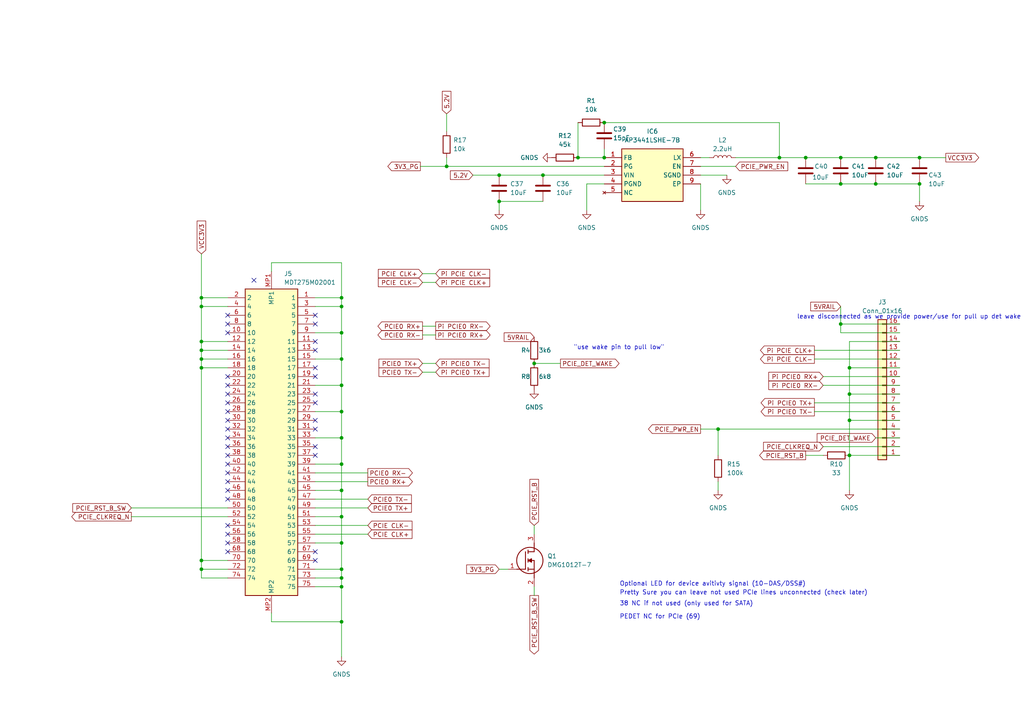
<source format=kicad_sch>
(kicad_sch (version 20230121) (generator eeschema)
  (paper "A4")
  (lib_symbols
    (symbol "Connector:MDT275M02001"
      (property "Reference" "J" (at 95.25 12.7 0))
      (property "Value" "MDT275M02001" (at 95.25 10.16 0))
      (symbol "MDT275M02001_1_1"
        (rectangle (start 5.08 7.62) (end 93.98 -7.62) (stroke (width 0.254)) (fill (type background)))
        (pin passive line (at 7.62 12.7 270) (length 5.08) (name "1") (number "1"))
        (pin passive line (at 17.78 -12.7 90) (length 5.08) (name "10") (number "10"))
        (pin passive line (at 20.32 12.7 270) (length 5.08) (name "11") (number "11"))
        (pin passive line (at 20.32 -12.7 90) (length 5.08) (name "12") (number "12"))
        (pin passive line (at 22.86 12.7 270) (length 5.08) (name "13") (number "13"))
        (pin passive line (at 22.86 -12.7 90) (length 5.08) (name "14") (number "14"))
        (pin passive line (at 25.4 12.7 270) (length 5.08) (name "15") (number "15"))
        (pin passive line (at 25.4 -12.7 90) (length 5.08) (name "16") (number "16"))
        (pin passive line (at 27.94 12.7 270) (length 5.08) (name "17") (number "17"))
        (pin passive line (at 27.94 -12.7 90) (length 5.08) (name "18") (number "18"))
        (pin passive line (at 30.48 12.7 270) (length 5.08) (name "19") (number "19"))
        (pin passive line (at 7.62 -12.7 90) (length 5.08) (name "2") (number "2"))
        (pin passive line (at 30.48 -12.7 90) (length 5.08) (name "20") (number "20"))
        (pin passive line (at 33.02 12.7 270) (length 5.08) (name "21") (number "21"))
        (pin passive line (at 33.02 -12.7 90) (length 5.08) (name "22") (number "22"))
        (pin passive line (at 35.56 12.7 270) (length 5.08) (name "23") (number "23"))
        (pin passive line (at 35.56 -12.7 90) (length 5.08) (name "24") (number "24"))
        (pin passive line (at 38.1 12.7 270) (length 5.08) (name "25") (number "25"))
        (pin passive line (at 38.1 -12.7 90) (length 5.08) (name "26") (number "26"))
        (pin passive line (at 40.64 12.7 270) (length 5.08) (name "27") (number "27"))
        (pin passive line (at 40.64 -12.7 90) (length 5.08) (name "28") (number "28"))
        (pin passive line (at 43.18 12.7 270) (length 5.08) (name "29") (number "29"))
        (pin passive line (at 10.16 12.7 270) (length 5.08) (name "3") (number "3"))
        (pin passive line (at 43.18 -12.7 90) (length 5.08) (name "30") (number "30"))
        (pin passive line (at 45.72 12.7 270) (length 5.08) (name "31") (number "31"))
        (pin passive line (at 45.72 -12.7 90) (length 5.08) (name "32") (number "32"))
        (pin passive line (at 48.26 12.7 270) (length 5.08) (name "33") (number "33"))
        (pin passive line (at 48.26 -12.7 90) (length 5.08) (name "34") (number "34"))
        (pin passive line (at 50.8 12.7 270) (length 5.08) (name "35") (number "35"))
        (pin passive line (at 50.8 -12.7 90) (length 5.08) (name "36") (number "36"))
        (pin passive line (at 53.34 12.7 270) (length 5.08) (name "37") (number "37"))
        (pin passive line (at 53.34 -12.7 90) (length 5.08) (name "38") (number "38"))
        (pin passive line (at 55.88 12.7 270) (length 5.08) (name "39") (number "39"))
        (pin passive line (at 10.16 -12.7 90) (length 5.08) (name "4") (number "4"))
        (pin passive line (at 55.88 -12.7 90) (length 5.08) (name "40") (number "40"))
        (pin passive line (at 58.42 12.7 270) (length 5.08) (name "41") (number "41"))
        (pin passive line (at 58.42 -12.7 90) (length 5.08) (name "42") (number "42"))
        (pin passive line (at 60.96 12.7 270) (length 5.08) (name "43") (number "43"))
        (pin passive line (at 60.96 -12.7 90) (length 5.08) (name "44") (number "44"))
        (pin passive line (at 63.5 12.7 270) (length 5.08) (name "45") (number "45"))
        (pin passive line (at 63.5 -12.7 90) (length 5.08) (name "46") (number "46"))
        (pin passive line (at 66.04 12.7 270) (length 5.08) (name "47") (number "47"))
        (pin passive line (at 66.04 -12.7 90) (length 5.08) (name "48") (number "48"))
        (pin passive line (at 68.58 12.7 270) (length 5.08) (name "49") (number "49"))
        (pin passive line (at 12.7 12.7 270) (length 5.08) (name "5") (number "5"))
        (pin passive line (at 68.58 -12.7 90) (length 5.08) (name "50") (number "50"))
        (pin passive line (at 71.12 12.7 270) (length 5.08) (name "51") (number "51"))
        (pin passive line (at 71.12 -12.7 90) (length 5.08) (name "52") (number "52"))
        (pin passive line (at 73.66 12.7 270) (length 5.08) (name "53") (number "53"))
        (pin passive line (at 73.66 -12.7 90) (length 5.08) (name "54") (number "54"))
        (pin passive line (at 76.2 12.7 270) (length 5.08) (name "55") (number "55"))
        (pin passive line (at 76.2 -12.7 90) (length 5.08) (name "56") (number "56"))
        (pin passive line (at 78.74 12.7 270) (length 5.08) (name "57") (number "57"))
        (pin passive line (at 78.74 -12.7 90) (length 5.08) (name "58") (number "58"))
        (pin passive line (at 12.7 -12.7 90) (length 5.08) (name "6") (number "6"))
        (pin passive line (at 81.28 12.7 270) (length 5.08) (name "67") (number "67"))
        (pin passive line (at 81.28 -12.7 90) (length 5.08) (name "68") (number "68"))
        (pin passive line (at 83.82 12.7 270) (length 5.08) (name "69") (number "69"))
        (pin passive line (at 15.24 12.7 270) (length 5.08) (name "7") (number "7"))
        (pin passive line (at 83.82 -12.7 90) (length 5.08) (name "70") (number "70"))
        (pin passive line (at 86.36 12.7 270) (length 5.08) (name "71") (number "71"))
        (pin passive line (at 86.36 -12.7 90) (length 5.08) (name "72") (number "72"))
        (pin passive line (at 88.9 12.7 270) (length 5.08) (name "73") (number "73"))
        (pin passive line (at 88.9 -12.7 90) (length 5.08) (name "74") (number "74"))
        (pin passive line (at 91.44 12.7 270) (length 5.08) (name "75") (number "75"))
        (pin passive line (at 15.24 -12.7 90) (length 5.08) (name "8") (number "8"))
        (pin passive line (at 17.78 12.7 270) (length 5.08) (name "9") (number "9"))
        (pin passive line (at 0 0 0) (length 5.08) (name "MP1") (number "MP1"))
        (pin passive line (at 99.06 0 180) (length 5.08) (name "MP2") (number "MP2"))
      )
    )
    (symbol "Connector_Generic:Conn_01x16" (pin_names (offset 1.016) hide)
      (property "Reference" "J" (at 0 20.32 0))
      (property "Value" "Conn_01x16" (at 0 -22.86 0))
      (symbol "Conn_01x16_1_1"
        (rectangle (start -1.27 -20.193) (end 0 -20.447) (stroke (width 0.1524)))
        (rectangle (start -1.27 -17.653) (end 0 -17.907) (stroke (width 0.1524)))
        (rectangle (start -1.27 -15.113) (end 0 -15.367) (stroke (width 0.1524)))
        (rectangle (start -1.27 -12.573) (end 0 -12.827) (stroke (width 0.1524)))
        (rectangle (start -1.27 -10.033) (end 0 -10.287) (stroke (width 0.1524)))
        (rectangle (start -1.27 -7.493) (end 0 -7.747) (stroke (width 0.1524)))
        (rectangle (start -1.27 -4.953) (end 0 -5.207) (stroke (width 0.1524)))
        (rectangle (start -1.27 -2.413) (end 0 -2.667) (stroke (width 0.1524)))
        (rectangle (start -1.27 0.127) (end 0 -0.127) (stroke (width 0.1524)))
        (rectangle (start -1.27 2.667) (end 0 2.413) (stroke (width 0.1524)))
        (rectangle (start -1.27 5.207) (end 0 4.953) (stroke (width 0.1524)))
        (rectangle (start -1.27 7.747) (end 0 7.493) (stroke (width 0.1524)))
        (rectangle (start -1.27 10.287) (end 0 10.033) (stroke (width 0.1524)))
        (rectangle (start -1.27 12.827) (end 0 12.573) (stroke (width 0.1524)))
        (rectangle (start -1.27 15.367) (end 0 15.113) (stroke (width 0.1524)))
        (rectangle (start -1.27 17.907) (end 0 17.653) (stroke (width 0.1524)))
        (rectangle (start -1.27 19.05) (end 1.27 -21.59) (stroke (width 0.254)) (fill (type background)))
        (pin passive line (at -5.08 17.78 0) (length 3.81) (name "Pin_1") (number "1"))
        (pin passive line (at -5.08 -5.08 0) (length 3.81) (name "Pin_10") (number "10"))
        (pin passive line (at -5.08 -7.62 0) (length 3.81) (name "Pin_11") (number "11"))
        (pin passive line (at -5.08 -10.16 0) (length 3.81) (name "Pin_12") (number "12"))
        (pin passive line (at -5.08 -12.7 0) (length 3.81) (name "Pin_13") (number "13"))
        (pin passive line (at -5.08 -15.24 0) (length 3.81) (name "Pin_14") (number "14"))
        (pin passive line (at -5.08 -17.78 0) (length 3.81) (name "Pin_15") (number "15"))
        (pin passive line (at -5.08 -20.32 0) (length 3.81) (name "Pin_16") (number "16"))
        (pin passive line (at -5.08 15.24 0) (length 3.81) (name "Pin_2") (number "2"))
        (pin passive line (at -5.08 12.7 0) (length 3.81) (name "Pin_3") (number "3"))
        (pin passive line (at -5.08 10.16 0) (length 3.81) (name "Pin_4") (number "4"))
        (pin passive line (at -5.08 7.62 0) (length 3.81) (name "Pin_5") (number "5"))
        (pin passive line (at -5.08 5.08 0) (length 3.81) (name "Pin_6") (number "6"))
        (pin passive line (at -5.08 2.54 0) (length 3.81) (name "Pin_7") (number "7"))
        (pin passive line (at -5.08 0 0) (length 3.81) (name "Pin_8") (number "8"))
        (pin passive line (at -5.08 -2.54 0) (length 3.81) (name "Pin_9") (number "9"))
      )
    )
    (symbol "Converter_DCDC:AP3441LSHE-7B"
      (property "Reference" "IC" (at 24.13 7.62 0))
      (property "Value" "AP3441LSHE-7B" (at 24.13 5.08 0))
      (symbol "AP3441LSHE-7B_1_1"
        (rectangle (start 5.08 2.54) (end 22.86 -12.7) (stroke (width 0.254)) (fill (type background)))
        (pin passive line (at 0 0 0) (length 5.08) (name "FB") (number "1"))
        (pin passive line (at 0 -2.54 0) (length 5.08) (name "PG") (number "2"))
        (pin passive line (at 0 -5.08 0) (length 5.08) (name "VIN") (number "3"))
        (pin passive line (at 0 -7.62 0) (length 5.08) (name "PGND") (number "4"))
        (pin no_connect line (at 0 -10.16 0) (length 5.08) (name "NC") (number "5"))
        (pin passive line (at 27.94 0 180) (length 5.08) (name "LX") (number "6"))
        (pin passive line (at 27.94 -2.54 180) (length 5.08) (name "EN") (number "7"))
        (pin passive line (at 27.94 -5.08 180) (length 5.08) (name "SGND") (number "8"))
        (pin passive line (at 27.94 -7.62 180) (length 5.08) (name "EP") (number "9"))
      )
    )
    (symbol "Device:C" (pin_numbers hide) (pin_names (offset 0.254))
      (property "Reference" "C" (at 0.635 2.54 0))
      (property "Value" "C" (at 0.635 -2.54 0))
      (symbol "C_0_1"
        (polyline (pts (xy -2.032 -0.762) (xy 2.032 -0.762)) (stroke (width 0.508)))
        (polyline (pts (xy -2.032 0.762) (xy 2.032 0.762)) (stroke (width 0.508)))
      )
      (symbol "C_1_1"
        (pin passive line (at 0 3.81 270) (length 2.794) (name "~") (number "1"))
        (pin passive line (at 0 -3.81 90) (length 2.794) (name "~") (number "2"))
      )
    )
    (symbol "Device:L" (pin_numbers hide) (pin_names (offset 1.016) hide)
      (property "Reference" "L" (at -1.27 0 90))
      (property "Value" "L" (at 1.905 0 90))
      (symbol "L_0_1"
        (arc (start 0 -2.54) (mid 0.6323 -1.905) (end 0 -1.27))
        (arc (start 0 -1.27) (mid 0.6323 -0.635) (end 0 0))
        (arc (start 0 0) (mid 0.6323 0.635) (end 0 1.27))
        (arc (start 0 1.27) (mid 0.6323 1.905) (end 0 2.54))
      )
      (symbol "L_1_1"
        (pin passive line (at 0 3.81 270) (length 1.27) (name "1") (number "1"))
        (pin passive line (at 0 -3.81 90) (length 1.27) (name "2") (number "2"))
      )
    )
    (symbol "Device:R" (pin_numbers hide) (pin_names (offset 0))
      (property "Reference" "R" (at 2.032 0 90))
      (property "Value" "R" (at 0 0 90))
      (symbol "R_0_1"
        (rectangle (start -1.016 -2.54) (end 1.016 2.54) (stroke (width 0.254)))
      )
      (symbol "R_1_1"
        (pin passive line (at 0 3.81 270) (length 1.27) (name "~") (number "1"))
        (pin passive line (at 0 -3.81 90) (length 1.27) (name "~") (number "2"))
      )
    )
    (symbol "Diode:DMG1012T-7" (pin_names hide)
      (property "Reference" "Q" (at 11.43 3.81 0))
      (property "Value" "DMG1012T-7" (at 11.43 1.27 0))
      (symbol "DMG1012T-7_1_1"
        (polyline (pts (xy 2.54 0) (xy 5.08 0)) (stroke (width 0.254)))
        (polyline (pts (xy 5.08 5.08) (xy 5.08 0)) (stroke (width 0.254)))
        (polyline (pts (xy 5.842 -0.508) (xy 5.842 0.508)) (stroke (width 0.254)))
        (polyline (pts (xy 5.842 0) (xy 7.62 0)) (stroke (width 0.254)))
        (polyline (pts (xy 5.842 2.032) (xy 5.842 3.048)) (stroke (width 0.254)))
        (polyline (pts (xy 5.842 5.588) (xy 5.842 4.572)) (stroke (width 0.254)))
        (polyline (pts (xy 7.62 2.54) (xy 5.842 2.54)) (stroke (width 0.254)))
        (polyline (pts (xy 7.62 2.54) (xy 7.62 -2.54)) (stroke (width 0.254)))
        (polyline (pts (xy 7.62 5.08) (xy 5.842 5.08)) (stroke (width 0.254)))
        (polyline (pts (xy 7.62 5.08) (xy 7.62 7.62)) (stroke (width 0.254)))
        (polyline (pts (xy 5.842 2.54) (xy 6.858 3.048) (xy 6.858 2.032) (xy 5.842 2.54)) (stroke (width 0.254)) (fill (type outline)))
        (circle (center 6.35 2.54) (radius 3.81) (stroke (width 0.254)))
        (pin passive line (at 0 0 0) (length 2.54) (name "G") (number "1"))
        (pin passive line (at 7.62 -5.08 90) (length 2.54) (name "S") (number "2"))
        (pin passive line (at 7.62 10.16 270) (length 2.54) (name "D") (number "3"))
      )
    )
    (symbol "R_1" (pin_numbers hide) (pin_names (offset 0))
      (property "Reference" "R" (at 2.032 0 90))
      (property "Value" "R" (at 0 0 90))
      (symbol "R_1_0_1"
        (rectangle (start -1.016 -2.54) (end 1.016 2.54) (stroke (width 0.254)))
      )
      (symbol "R_1_1_1"
        (pin passive line (at 0 3.81 270) (length 1.27) (name "~") (number "1"))
        (pin passive line (at 0 -3.81 90) (length 1.27) (name "~") (number "2"))
      )
    )
    (symbol "power:GNDS" (power) (pin_names (offset 0))
      (property "Value" "GNDS" (at 0 -3.81 0))
      (symbol "GNDS_0_1"
        (polyline (pts (xy 0 0) (xy 0 -1.27) (xy 1.27 -1.27) (xy 0 -2.54) (xy -1.27 -1.27) (xy 0 -1.27)))
      )
      (symbol "GNDS_1_1"
        (pin power_in line (at 0 0 270) (length 0) hide (name "GNDS") (number "1"))
      )
    )
  )
  (junction (at 99.06 86.36))
  (junction (at 99.06 127))
  (junction (at 246.38 106.68))
  (junction (at 226.06 45.72))
  (junction (at 254 45.72))
  (junction (at 99.06 180.34))
  (junction (at 99.06 119.38))
  (junction (at 243.84 53.34))
  (junction (at 58.42 101.6))
  (junction (at 58.42 162.56))
  (junction (at 243.84 93.98))
  (junction (at 58.42 106.68))
  (junction (at 246.38 121.92))
  (junction (at 99.06 170.18))
  (junction (at 175.26 45.72))
  (junction (at 175.26 35.56))
  (junction (at 144.78 58.42))
  (junction (at 99.06 134.62))
  (junction (at 154.94 105.41))
  (junction (at 99.06 167.64))
  (junction (at 243.84 45.72))
  (junction (at 99.06 111.76))
  (junction (at 58.42 104.14))
  (junction (at 167.64 45.72))
  (junction (at 58.42 165.1))
  (junction (at 58.42 86.36))
  (junction (at 233.68 45.72))
  (junction (at 58.42 88.9))
  (junction (at 99.06 149.86))
  (junction (at 266.7 53.34))
  (junction (at 157.48 50.8))
  (junction (at 246.38 114.3))
  (junction (at 99.06 142.24))
  (junction (at 208.28 124.46))
  (junction (at 144.78 50.8))
  (junction (at 266.7 45.72))
  (junction (at 246.38 132.08))
  (junction (at 58.42 99.06))
  (junction (at 99.06 96.52))
  (junction (at 99.06 104.14))
  (junction (at 99.06 165.1))
  (junction (at 254 53.34))
  (junction (at 99.06 157.48))
  (junction (at 99.06 88.9))
  (junction (at 129.54 48.26))
  (no_connect (at 91.44 99.06))
  (no_connect (at 66.04 121.92))
  (no_connect (at 66.04 152.4))
  (no_connect (at 66.04 142.24))
  (no_connect (at 66.04 127))
  (no_connect (at 91.44 162.56))
  (no_connect (at 91.44 91.44))
  (no_connect (at 91.44 116.84))
  (no_connect (at 66.04 124.46))
  (no_connect (at 66.04 134.62))
  (no_connect (at 66.04 111.76))
  (no_connect (at 91.44 129.54))
  (no_connect (at 91.44 106.68))
  (no_connect (at 66.04 144.78))
  (no_connect (at 91.44 93.98))
  (no_connect (at 66.04 132.08))
  (no_connect (at 66.04 93.98))
  (no_connect (at 91.44 109.22))
  (no_connect (at 66.04 116.84))
  (no_connect (at 66.04 129.54))
  (no_connect (at 91.44 132.08))
  (no_connect (at 91.44 114.3))
  (no_connect (at 91.44 160.02))
  (no_connect (at 91.44 101.6))
  (no_connect (at 66.04 157.48))
  (no_connect (at 91.44 124.46))
  (no_connect (at 66.04 109.22))
  (no_connect (at 66.04 119.38))
  (no_connect (at 66.04 154.94))
  (no_connect (at 66.04 96.52))
  (no_connect (at 66.04 137.16))
  (no_connect (at 66.04 91.44))
  (no_connect (at 66.04 160.02))
  (no_connect (at 73.66 81.28))
  (no_connect (at 66.04 114.3))
  (no_connect (at 91.44 121.92))
  (no_connect (at 66.04 139.7))
  (wire (pts (xy 246.38 99.06) (xy 260.985 99.06)))
  (wire (pts (xy 99.06 180.34) (xy 99.06 190.5)))
  (wire (pts (xy 78.74 78.74) (xy 78.74 76.2)))
  (wire (pts (xy 126.365 107.95) (xy 122.555 107.95)))
  (wire (pts (xy 226.06 45.72) (xy 233.68 45.72)))
  (wire (pts (xy 91.44 167.64) (xy 99.06 167.64)))
  (wire (pts (xy 170.18 53.34) (xy 175.26 53.34)))
  (wire (pts (xy 58.42 165.1) (xy 58.42 167.64)))
  (wire (pts (xy 58.42 101.6) (xy 66.04 101.6)))
  (wire (pts (xy 238.76 111.76) (xy 260.985 111.76)))
  (wire (pts (xy 99.06 76.2) (xy 99.06 86.36)))
  (wire (pts (xy 91.44 170.18) (xy 99.06 170.18)))
  (wire (pts (xy 99.06 88.9) (xy 91.44 88.9)))
  (wire (pts (xy 58.42 99.06) (xy 58.42 101.6)))
  (wire (pts (xy 213.36 45.72) (xy 226.06 45.72)))
  (wire (pts (xy 246.38 121.92) (xy 246.38 132.08)))
  (wire (pts (xy 99.06 142.24) (xy 91.44 142.24)))
  (wire (pts (xy 144.78 50.8) (xy 157.48 50.8)))
  (wire (pts (xy 154.94 170.18) (xy 154.94 172.72)))
  (wire (pts (xy 99.06 96.52) (xy 91.44 96.52)))
  (wire (pts (xy 246.38 132.08) (xy 260.985 132.08)))
  (wire (pts (xy 78.74 177.8) (xy 78.74 180.34)))
  (wire (pts (xy 66.04 86.36) (xy 58.42 86.36)))
  (wire (pts (xy 154.94 152.4) (xy 154.94 154.94)))
  (wire (pts (xy 233.68 53.34) (xy 243.84 53.34)))
  (wire (pts (xy 58.42 88.9) (xy 58.42 99.06)))
  (wire (pts (xy 126.365 79.375) (xy 122.555 79.375)))
  (wire (pts (xy 99.06 127) (xy 91.44 127)))
  (wire (pts (xy 236.22 101.6) (xy 260.985 101.6)))
  (wire (pts (xy 246.38 121.92) (xy 260.985 121.92)))
  (wire (pts (xy 260.985 96.52) (xy 243.84 96.52)))
  (wire (pts (xy 78.74 76.2) (xy 99.06 76.2)))
  (wire (pts (xy 99.06 170.18) (xy 99.06 180.34)))
  (wire (pts (xy 203.2 53.34) (xy 203.2 60.96)))
  (wire (pts (xy 99.06 119.38) (xy 91.44 119.38)))
  (wire (pts (xy 99.06 88.9) (xy 99.06 96.52)))
  (wire (pts (xy 91.44 165.1) (xy 99.06 165.1)))
  (wire (pts (xy 203.2 50.8) (xy 210.82 50.8)))
  (wire (pts (xy 121.92 48.26) (xy 129.54 48.26)))
  (wire (pts (xy 246.38 132.08) (xy 246.38 142.24)))
  (wire (pts (xy 226.06 35.56) (xy 175.26 35.56)))
  (wire (pts (xy 208.28 124.46) (xy 260.985 124.46)))
  (wire (pts (xy 99.06 119.38) (xy 99.06 127)))
  (wire (pts (xy 144.78 58.42) (xy 144.78 60.96)))
  (wire (pts (xy 99.06 157.48) (xy 99.06 165.1)))
  (wire (pts (xy 260.985 127) (xy 254 127)))
  (wire (pts (xy 144.78 58.42) (xy 157.48 58.42)))
  (wire (pts (xy 126.365 81.915) (xy 122.555 81.915)))
  (wire (pts (xy 99.06 149.86) (xy 99.06 157.48)))
  (wire (pts (xy 91.44 104.14) (xy 99.06 104.14)))
  (wire (pts (xy 99.06 167.64) (xy 99.06 170.18)))
  (wire (pts (xy 99.06 165.1) (xy 99.06 167.64)))
  (wire (pts (xy 99.06 86.36) (xy 99.06 88.9)))
  (wire (pts (xy 175.26 43.18) (xy 175.26 45.72)))
  (wire (pts (xy 203.2 124.46) (xy 208.28 124.46)))
  (wire (pts (xy 243.84 96.52) (xy 243.84 93.98)))
  (wire (pts (xy 58.42 101.6) (xy 58.42 104.14)))
  (wire (pts (xy 99.06 142.24) (xy 99.06 149.86)))
  (wire (pts (xy 203.2 48.26) (xy 213.36 48.26)))
  (wire (pts (xy 99.06 134.62) (xy 99.06 142.24)))
  (wire (pts (xy 58.42 167.64) (xy 66.04 167.64)))
  (wire (pts (xy 170.18 53.34) (xy 170.18 60.96)))
  (wire (pts (xy 167.64 35.56) (xy 167.64 45.72)))
  (wire (pts (xy 274.32 45.72) (xy 266.7 45.72)))
  (wire (pts (xy 266.7 58.42) (xy 266.7 53.34)))
  (wire (pts (xy 243.84 88.9) (xy 243.84 93.98)))
  (wire (pts (xy 78.74 180.34) (xy 99.06 180.34)))
  (wire (pts (xy 126.365 94.615) (xy 122.555 94.615)))
  (wire (pts (xy 66.04 147.32) (xy 38.1 147.32)))
  (wire (pts (xy 175.26 50.8) (xy 157.48 50.8)))
  (wire (pts (xy 58.42 88.9) (xy 66.04 88.9)))
  (wire (pts (xy 58.42 104.14) (xy 58.42 106.68)))
  (wire (pts (xy 226.06 35.56) (xy 226.06 45.72)))
  (wire (pts (xy 246.38 106.68) (xy 246.38 114.3)))
  (wire (pts (xy 243.84 53.34) (xy 254 53.34)))
  (wire (pts (xy 58.42 162.56) (xy 58.42 165.1)))
  (wire (pts (xy 91.44 144.78) (xy 106.68 144.78)))
  (wire (pts (xy 254 53.34) (xy 266.7 53.34)))
  (wire (pts (xy 126.365 105.41) (xy 122.555 105.41)))
  (wire (pts (xy 58.42 106.68) (xy 58.42 162.56)))
  (wire (pts (xy 236.22 116.84) (xy 260.985 116.84)))
  (wire (pts (xy 58.42 73.66) (xy 58.42 86.36)))
  (wire (pts (xy 66.04 165.1) (xy 58.42 165.1)))
  (wire (pts (xy 233.68 45.72) (xy 243.84 45.72)))
  (wire (pts (xy 208.28 139.7) (xy 208.28 142.24)))
  (wire (pts (xy 246.38 106.68) (xy 260.985 106.68)))
  (wire (pts (xy 99.06 127) (xy 99.06 134.62)))
  (wire (pts (xy 246.38 114.3) (xy 260.985 114.3)))
  (wire (pts (xy 246.38 114.3) (xy 246.38 121.92)))
  (wire (pts (xy 38.1 149.86) (xy 66.04 149.86)))
  (wire (pts (xy 129.54 33.02) (xy 129.54 38.1)))
  (wire (pts (xy 238.76 129.54) (xy 260.985 129.54)))
  (wire (pts (xy 99.06 111.76) (xy 91.44 111.76)))
  (wire (pts (xy 233.68 132.08) (xy 238.76 132.08)))
  (wire (pts (xy 91.44 147.32) (xy 106.68 147.32)))
  (wire (pts (xy 91.44 149.86) (xy 99.06 149.86)))
  (wire (pts (xy 91.44 154.94) (xy 106.68 154.94)))
  (wire (pts (xy 91.44 137.16) (xy 106.68 137.16)))
  (wire (pts (xy 129.54 48.26) (xy 175.26 48.26)))
  (wire (pts (xy 58.42 99.06) (xy 66.04 99.06)))
  (wire (pts (xy 66.04 104.14) (xy 58.42 104.14)))
  (wire (pts (xy 260.985 109.22) (xy 238.76 109.22)))
  (wire (pts (xy 144.78 165.1) (xy 147.32 165.1)))
  (wire (pts (xy 208.28 124.46) (xy 208.28 132.08)))
  (wire (pts (xy 99.06 96.52) (xy 99.06 104.14)))
  (wire (pts (xy 246.38 99.06) (xy 246.38 106.68)))
  (wire (pts (xy 137.16 50.8) (xy 144.78 50.8)))
  (wire (pts (xy 167.64 45.72) (xy 175.26 45.72)))
  (wire (pts (xy 91.44 152.4) (xy 106.68 152.4)))
  (wire (pts (xy 126.365 97.155) (xy 122.555 97.155)))
  (wire (pts (xy 236.22 119.38) (xy 260.985 119.38)))
  (wire (pts (xy 154.94 105.41) (xy 162.56 105.41)))
  (wire (pts (xy 254 45.72) (xy 266.7 45.72)))
  (wire (pts (xy 129.54 45.72) (xy 129.54 48.26)))
  (wire (pts (xy 99.06 104.14) (xy 99.06 111.76)))
  (wire (pts (xy 99.06 157.48) (xy 91.44 157.48)))
  (wire (pts (xy 236.22 104.14) (xy 260.985 104.14)))
  (wire (pts (xy 99.06 86.36) (xy 91.44 86.36)))
  (wire (pts (xy 58.42 106.68) (xy 66.04 106.68)))
  (wire (pts (xy 243.84 93.98) (xy 260.985 93.98)))
  (wire (pts (xy 203.2 45.72) (xy 205.74 45.72)))
  (wire (pts (xy 58.42 86.36) (xy 58.42 88.9)))
  (wire (pts (xy 99.06 134.62) (xy 91.44 134.62)))
  (wire (pts (xy 66.04 162.56) (xy 58.42 162.56)))
  (wire (pts (xy 243.84 45.72) (xy 254 45.72)))
  (wire (pts (xy 91.44 139.7) (xy 106.68 139.7)))
  (wire (pts (xy 99.06 111.76) (xy 99.06 119.38)))
  (text "probably at least isolate this ground or at best imagine\ncurrent return paths for the impedance matched signals" (at -161.29 288.29 0) (effects (font (size 1.27 1.27)) (justify left bottom)))
  (text "probably need to drive this low with pull down so we dont\nfloat the sleep pin" (at -167.005 127 0) (effects (font (size 1.27 1.27)) (justify left bottom)))
  (text "i would add a jumper or cut trace for connecting this high/low\nor even a switch because it looks like rpi5 never has sleep implementation\nand the pcie card wont be able to even go to sleep so it doesnt\nneed to wake up but not certain on this" (at -174.625 208.915 0) (effects (font (size 1.27 1.27)) (justify left bottom)))
  (text "https://w.electrodragon.com/w/M.2_Pins" (at -167.005 130.81 0) (effects (font (size 1.27 1.27)) (justify left bottom)))
  (text "your power tag names are all over the place, make sure\nto connect what needs to be connected depending on where things are." (at -158.115 272.415 0) (effects (font (size 1.27 1.27)) (justify left bottom)))
  (text "PEDET NC for PCIe (69)" (at 179.705 179.705 0) (effects (font (size 1.27 1.27)) (justify left bottom)))
  (text "think about some 10uFs in parallel just for more power, \nik time constant makes it suck but you can just locate \nthem further away, closer to the converter side, just\n make sure we have enough charge in order to dump while\nreading/writing" (at -170.18 160.655 0) (effects (font (size 1.27 1.27)) (justify left bottom)))
  (text "leave disconnected as we provide power/use for pull up det wake\n" (at 231.14 92.71 0) (effects (font (size 1.27 1.27)) (justify left bottom)))
  (text "https://pinoutguide.com/HD/M.2_NGFF_connector_pinout.shtml" (at -173.355 189.865 0) (effects (font (size 1.27 1.27)) (justify left bottom)))
  (text "Pretty Sure you can leave not used PCIe lines unconnected (check later)" (at 179.705 172.72 0) (effects (font (size 1.27 1.27)) (justify left bottom)))
  (text "per pcie specification it looks like you may need to pull this \nhigh on platform side, and assert it high as a hat to the raspberry pi to \nmaintain power state" (at -172.085 173.355 0) (effects (font (size 1.27 1.27)) (justify left bottom)))
  (text "may need some 100nF caps just for transients" (at -163.83 144.145 0) (effects (font (size 1.27 1.27)) (justify left bottom)))
  (text "https://datasheets.raspberrypi.com/pcie/pcie-connector-standard.pdf" (at -175.895 220.345 0) (effects (font (size 1.27 1.27)) (justify left bottom)))
  (text "https://adaptivesupport.amd.com/s/question/0D52E00006hpaAbSAI/pci-express-wake-and-perst?language=en_US" (at -174.625 196.215 0) (effects (font (size 1.27 1.27)) (justify left bottom)))
  (text "importantly !!!! THIS SHOULD NOT be connected to det wake on raspberry pi" (at -174.625 182.245 0) (effects (font (size 1.27 1.27)) (justify left bottom)))
  (text "i dont think you should connect the pcie det wake to the m-slot, but follow\nthe hat specification and add a voltage divider or pull up " (at -160.02 256.54 0) (effects (font (size 1.27 1.27)) (justify left bottom)))
  (text "https://forums.raspberrypi.com/viewtopic.php?t=312052" (at -168.275 243.84 0) (effects (font (size 1.27 1.27)) (justify left bottom)))
  (text "\"use wake pin to pull low\"" (at 166.37 101.6 0) (effects (font (size 1.27 1.27)) (justify left bottom)))
  (text "38 NC if not used (only used for SATA)" (at 179.705 175.895 0) (effects (font (size 1.27 1.27)) (justify left bottom)))
  (text "the pogo is going to be a just worse supply versus\nthe 5.2 you have on board, if anything,\nyou should be using the pogo pin to supply the raspberry pi,\nor perhaps even solder that connection so it doesnt do anything\nunexpected during operating" (at -151.765 309.245 0) (effects (font (size 1.27 1.27)) (justify left bottom)))
  (text "Optional LED for device avitivty signal (10-DAS/DSS#)" (at 179.705 170.18 0) (effects (font (size 1.27 1.27)) (justify left bottom)))
  (text "https://forums.raspberrypi.com/viewtopic.php?t=295846" (at -174.625 233.045 0) (effects (font (size 1.27 1.27)) (justify left bottom)))
  (text "i dont see the wakeup pin being implemented on some designs\ncan we continuity check this on the board we have?" (at -170.18 137.795 0) (effects (font (size 1.27 1.27)) (justify left bottom)))
  (global_label "PCIE0 RX+" (shape output) (at 122.555 94.615 180) (property "Intersheetrefs" "${INTERSHEET_REFS}" (effects hide)))
  (global_label "PCIE_PWR_EN" (shape output) (at 203.2 124.46 180) (property "Intersheetrefs" "${INTERSHEET_REFS}" (effects hide)))
  (global_label "PCIE_DET_WAKE" (shape input) (at 254 127 180) (property "Intersheetrefs" "${INTERSHEET_REFS}" (effects hide)))
  (global_label "VCC3V3" (shape input) (at 58.42 73.66 90) (property "Intersheetrefs" "${INTERSHEET_REFS}" (effects hide)))
  (global_label "PCIE_DET_WAKE" (shape output) (at 162.56 105.41 0) (property "Intersheetrefs" "${INTERSHEET_REFS}" (effects hide)))
  (global_label "Pi PCIE CLK+" (shape input) (at 126.365 81.915 0) (property "Intersheetrefs" "${INTERSHEET_REFS}" (effects hide)))
  (global_label "VCC3V3" (shape output) (at 274.32 45.72 0) (property "Intersheetrefs" "${INTERSHEET_REFS}" (effects hide)))
  (global_label "Pi PCIE CLK+" (shape output) (at 236.22 101.6 180) (property "Intersheetrefs" "${INTERSHEET_REFS}" (effects hide)))
  (global_label "Pi PCIE0 RX-" (shape input) (at 238.76 111.76 180) (property "Intersheetrefs" "${INTERSHEET_REFS}" (effects hide)))
  (global_label "Pi PCIE0 TX-" (shape output) (at 236.22 119.38 180) (property "Intersheetrefs" "${INTERSHEET_REFS}" (effects hide)))
  (global_label "Pi PCIE CLK-" (shape output) (at 236.22 104.14 180) (property "Intersheetrefs" "${INTERSHEET_REFS}" (effects hide)))
  (global_label "5VRAIL" (shape input) (at 243.84 88.9 180) (property "Intersheetrefs" "${INTERSHEET_REFS}" (effects hide)))
  (global_label "PCIE0 TX+" (shape input) (at 122.555 105.41 180) (property "Intersheetrefs" "${INTERSHEET_REFS}" (effects hide)))
  (global_label "PCIE_RST_B_SW" (shape output) (at 154.94 172.72 270) (property "Intersheetrefs" "${INTERSHEET_REFS}" (effects hide)))
  (global_label "Pi PCIE0 TX+" (shape input) (at 126.365 107.95 0) (property "Intersheetrefs" "${INTERSHEET_REFS}" (effects hide)))
  (global_label "PCIE0 RX+" (shape output) (at 106.68 139.7 0) (property "Intersheetrefs" "${INTERSHEET_REFS}" (effects hide)))
  (global_label "PCIE_PWR_EN" (shape input) (at 213.36 48.26 0) (property "Intersheetrefs" "${INTERSHEET_REFS}" (effects hide)))
  (global_label "PCIE0 TX-" (shape input) (at 122.555 107.95 180) (property "Intersheetrefs" "${INTERSHEET_REFS}" (effects hide)))
  (global_label "PCIE0 RX-" (shape output) (at 122.555 97.155 180) (property "Intersheetrefs" "${INTERSHEET_REFS}" (effects hide)))
  (global_label "Pi PCIE0 RX+" (shape output) (at 126.365 97.155 0) (property "Intersheetrefs" "${INTERSHEET_REFS}" (effects hide)))
  (global_label "3V3_PG" (shape input) (at 144.78 165.1 180) (property "Intersheetrefs" "${INTERSHEET_REFS}" (effects hide)))
  (global_label "PCIE0 TX+" (shape input) (at 106.68 147.32 0) (property "Intersheetrefs" "${INTERSHEET_REFS}" (effects hide)))
  (global_label "PCIE CLK+" (shape input) (at 122.555 79.375 180) (property "Intersheetrefs" "${INTERSHEET_REFS}" (effects hide)))
  (global_label "PCIE0 RX-" (shape output) (at 106.68 137.16 0) (property "Intersheetrefs" "${INTERSHEET_REFS}" (effects hide)))
  (global_label "PCIE_RST_B" (shape output) (at 233.68 132.08 180) (property "Intersheetrefs" "${INTERSHEET_REFS}" (effects hide)))
  (global_label "PCIE_CLKREQ_N" (shape input) (at 238.76 129.54 180) (property "Intersheetrefs" "${INTERSHEET_REFS}" (effects hide)))
  (global_label "5.2V" (shape input) (at 137.16 50.8 180) (property "Intersheetrefs" "${INTERSHEET_REFS}" (effects hide)))
  (global_label "Pi PCIE CLK-" (shape input) (at 126.365 79.375 0) (property "Intersheetrefs" "${INTERSHEET_REFS}" (effects hide)))
  (global_label "PCIE CLK+" (shape input) (at 106.68 154.94 0) (property "Intersheetrefs" "${INTERSHEET_REFS}" (effects hide)))
  (global_label "PCIE_RST_B_SW" (shape input) (at 38.1 147.32 180) (property "Intersheetrefs" "${INTERSHEET_REFS}" (effects hide)))
  (global_label "5VRAIL" (shape input) (at 154.94 97.79 180) (property "Intersheetrefs" "${INTERSHEET_REFS}" (effects hide)))
  (global_label "Pi PCIE0 RX-" (shape output) (at 126.365 94.615 0) (property "Intersheetrefs" "${INTERSHEET_REFS}" (effects hide)))
  (global_label "PCIE_RST_B" (shape input) (at 154.94 152.4 90) (property "Intersheetrefs" "${INTERSHEET_REFS}" (effects hide)))
  (global_label "5.2V" (shape input) (at 129.54 33.02 90) (property "Intersheetrefs" "${INTERSHEET_REFS}" (effects hide)))
  (global_label "PCIE_CLKREQ_N" (shape output) (at 38.1 149.86 180) (property "Intersheetrefs" "${INTERSHEET_REFS}" (effects hide)))
  (global_label "PCIE0 TX-" (shape input) (at 106.68 144.78 0) (property "Intersheetrefs" "${INTERSHEET_REFS}" (effects hide)))
  (global_label "Pi PCIE0 TX+" (shape output) (at 236.22 116.84 180) (property "Intersheetrefs" "${INTERSHEET_REFS}" (effects hide)))
  (global_label "Pi PCIE0 RX+" (shape input) (at 238.76 109.22 180) (property "Intersheetrefs" "${INTERSHEET_REFS}" (effects hide)))
  (global_label "PCIE CLK-" (shape input) (at 106.68 152.4 0) (property "Intersheetrefs" "${INTERSHEET_REFS}" (effects hide)))
  (global_label "Pi PCIE0 TX-" (shape input) (at 126.365 105.41 0) (property "Intersheetrefs" "${INTERSHEET_REFS}" (effects hide)))
  (global_label "PCIE CLK-" (shape input) (at 122.555 81.915 180) (property "Intersheetrefs" "${INTERSHEET_REFS}" (effects hide)))
  (global_label "3V3_PG" (shape output) (at 121.92 48.26 180) (property "Intersheetrefs" "${INTERSHEET_REFS}" (effects hide)))
  (symbol (lib_id "Device:C") (at 233.68 49.53 0) (unit 1)
    (property "Reference" "C40" (at 236.22 48.26 0) (effects (justify left)))
    (property "Value" "10uF" (at 235.585 51.435 0) (effects (justify left)))
    (property "Footprint" "Capacitor_SMD:C_0402_1005Metric" (effects hide))
  )
  (symbol (lib_name "R_1") (lib_id "Device:R") (at 154.94 109.22 0) (unit 1)
    (property "Reference" "R8" (at 151.13 109.22 0) (effects (justify left)))
    (property "Value" "6k8" (at 156.21 109.22 0) (effects (justify left)))
    (property "Footprint" "Resistor_SMD:R_0402_1005Metric" (effects hide))
  )
  (symbol (lib_id "Device:C") (at 243.84 49.53 0) (unit 1)
    (property "Reference" "C41" (at 247.015 48.26 0) (effects (justify left)))
    (property "Value" "10uF" (at 247.015 50.8 0) (effects (justify left)))
    (property "Footprint" "Capacitor_SMD:C_0402_1005Metric" (effects hide))
  )
  (symbol (lib_id "power:GNDS") (at 144.78 60.96 0) (unit 1)
    (property "Reference" "#PWR070" (effects hide))
    (property "Value" "GNDS" (at 144.78 66.04 0))
  )
  (symbol (lib_id "Device:C") (at 266.7 49.53 0) (unit 1)
    (property "Reference" "C43" (at 269.24 50.8 0) (effects (justify left)))
    (property "Value" "10uF" (at 269.24 53.34 0) (effects (justify left)))
    (property "Footprint" "Capacitor_SMD:C_0402_1005Metric" (effects hide))
  )
  (symbol (lib_id "power:GNDS") (at 99.06 190.5 0) (unit 1)
    (property "Reference" "#PWR026" (effects hide))
    (property "Value" "GNDS" (at 99.06 195.58 0))
  )
  (symbol (lib_id "Device:C") (at 144.78 54.61 0) (unit 1)
    (property "Reference" "C37" (at 147.955 53.34 0) (effects (justify left)))
    (property "Value" "10uF" (at 147.955 55.88 0) (effects (justify left)))
    (property "Footprint" "Capacitor_SMD:C_0402_1005Metric" (effects hide))
  )
  (symbol (lib_id "power:GNDS") (at 203.2 60.96 0) (unit 1)
    (property "Reference" "#PWR054" (effects hide))
    (property "Value" "GNDS" (at 203.2 66.04 0))
  )
  (symbol (lib_id "Device:C") (at 157.48 54.61 0) (unit 1)
    (property "Reference" "C36" (at 161.29 53.34 0) (effects (justify left)))
    (property "Value" "10uF" (at 161.29 55.88 0) (effects (justify left)))
    (property "Footprint" "Capacitor_SMD:C_0402_1005Metric" (effects hide))
  )
  (symbol (lib_name "R_1") (lib_id "Device:R") (at 154.94 101.6 0) (unit 1)
    (property "Reference" "R4" (at 151.13 101.6 0) (effects (justify left)))
    (property "Value" "3k6" (at 156.21 101.6 0) (effects (justify left)))
    (property "Footprint" "Resistor_SMD:R_0402_1005Metric" (effects hide))
  )
  (symbol (lib_id "power:GNDS") (at 154.94 113.03 0) (unit 1)
    (property "Reference" "#PWR028" (effects hide))
    (property "Value" "GNDS" (at 154.94 118.11 0))
  )
  (symbol (lib_id "Connector:MDT275M02001") (at 78.74 78.74 270) (unit 1)
    (property "Reference" "J5" (at 82.3661 79.375 90) (effects (justify left)))
    (property "Value" "MDT275M02001" (at 82.3661 81.915 90) (effects (justify left)))
    (property "Footprint" "21xt_footprints:MDT275M02001" (effects hide))
    (property "Datasheet" "https://cdn.amphenol-cs.com/media/wysiwyg/files/documentation/datasheet/ssio/ssio_pcie_m2.pdf" (effects hide))
    (property "Height" "2.75" (effects hide))
    (property "Mouser Part Number" "523-MDT275M02001" (effects hide))
    (property "Mouser Price/Stock" "https://www.mouser.co.uk/ProductDetail/Amphenol-FCI/MDT275M02001?qs=lrCDz5EUXIa69GdSlBLTlg%3D%3D" (effects hide))
    (property "Manufacturer_Name" "Amphenol Communications Solutions" (effects hide))
    (property "Manufacturer_Part_Number" "MDT275M02001" (effects hide))
  )
  (symbol (lib_id "Device:R") (at 163.83 45.72 90) (unit 1)
    (property "Reference" "R12" (at 163.83 39.37 90))
    (property "Value" "45k" (at 163.83 41.91 90))
    (property "Footprint" "Resistor_SMD:R_0402_1005Metric" (effects hide))
  )
  (symbol (lib_id "Diode:DMG1012T-7") (at 147.32 165.1 0) (unit 1)
    (property "Reference" "Q1" (at 158.75 161.29 0) (effects (justify left)))
    (property "Value" "DMG1012T-7" (at 158.75 163.83 0) (effects (justify left)))
    (property "Footprint" "21xt_footprints:SOT50P160X90-3N" (effects hide))
    (property "Datasheet" "https://www.diodes.com//assets/Datasheets/DMG1012T.pdf" (effects hide))
    (property "Height" "0.9" (effects hide))
    (property "Mouser Part Number" "621-DMG1012T-7" (effects hide))
    (property "Mouser Price/Stock" "https://www.mouser.co.uk/ProductDetail/Diodes-Incorporated/DMG1012T-7?qs=vIZ3oKQCLxoEnfyeB0HcGQ%3D%3D" (effects hide))
    (property "Manufacturer_Name" "Diodes Incorporated" (effects hide))
    (property "Manufacturer_Part_Number" "DMG1012T-7" (effects hide))
  )
  (symbol (lib_id "Converter_DCDC:AP3441LSHE-7B") (at 175.26 45.72 0) (unit 1)
    (property "Reference" "IC6" (at 189.23 38.1 0))
    (property "Value" "AP3441LSHE-7B" (at 189.23 40.64 0))
    (property "Footprint" "21xt_footprints:AP3441LSHE7B" (effects hide))
    (property "Datasheet" "https://www.diodes.com//assets/Datasheets/AP3441-L.pdf" (effects hide))
    (property "Height" "0.6" (effects hide))
    (property "Mouser Part Number" "621-AP3441LSHE-7B" (effects hide))
    (property "Mouser Price/Stock" "https://www.mouser.co.uk/ProductDetail/Diodes-Incorporated/AP3441LSHE-7B?qs=wUXugUrL1qypzVa4NB91Hg%3D%3D" (effects hide))
    (property "Manufacturer_Name" "Diodes Incorporated" (effects hide))
    (property "Manufacturer_Part_Number" "AP3441LSHE-7B" (effects hide))
  )
  (symbol (lib_id "Device:C") (at 254 49.53 0) (unit 1)
    (property "Reference" "C42" (at 257.175 48.26 0) (effects (justify left)))
    (property "Value" "10uF" (at 257.175 50.8 0) (effects (justify left)))
    (property "Footprint" "Capacitor_SMD:C_0402_1005Metric" (effects hide))
  )
  (symbol (lib_id "Connector_Generic:Conn_01x16") (at 255.905 114.3 180) (unit 1)
    (property "Reference" "J3" (at 255.905 87.63 0))
    (property "Value" "Conn_01x16" (at 255.905 90.17 0))
    (property "Footprint" "21xt_footprints:ZF5S1601TWT" (effects hide))
  )
  (symbol (lib_id "Device:L") (at 209.55 45.72 90) (unit 1)
    (property "Reference" "L2" (at 209.55 40.64 90))
    (property "Value" "2.2uH" (at 209.55 43.18 90))
    (property "Footprint" "Inductor_SMD:L_1008_2520Metric" (effects hide))
  )
  (symbol (lib_id "power:GNDS") (at 210.82 50.8 0) (unit 1)
    (property "Reference" "#PWR055" (effects hide))
    (property "Value" "GNDS" (at 210.82 55.88 0))
  )
  (symbol (lib_id "power:GNDS") (at 266.7 58.42 0) (unit 1)
    (property "Reference" "#PWR035" (effects hide))
    (property "Value" "GNDS" (at 266.7 63.5 0))
  )
  (symbol (lib_id "Device:R") (at 171.45 35.56 270) (unit 1)
    (property "Reference" "R1" (at 171.45 29.21 90))
    (property "Value" "10k" (at 171.45 31.75 90))
    (property "Footprint" "Resistor_SMD:R_0402_1005Metric" (effects hide))
  )
  (symbol (lib_id "power:GNDS") (at 246.38 142.24 0) (unit 1)
    (property "Reference" "#PWR020" (effects hide))
    (property "Value" "GNDS" (at 246.38 147.32 0))
  )
  (symbol (lib_id "Device:R") (at 208.28 135.89 0) (unit 1)
    (property "Reference" "R15" (at 210.82 134.62 0) (effects (justify left)))
    (property "Value" "100k" (at 210.82 137.16 0) (effects (justify left)))
    (property "Footprint" "Resistor_SMD:R_0402_1005Metric" (effects hide))
  )
  (symbol (lib_id "power:GNDS") (at 208.28 142.24 0) (unit 1)
    (property "Reference" "#PWR036" (effects hide))
    (property "Value" "GNDS" (at 208.28 147.32 0))
  )
  (symbol (lib_id "power:GNDS") (at 170.18 60.96 0) (unit 1)
    (property "Reference" "#PWR033" (effects hide))
    (property "Value" "GNDS" (at 170.18 66.04 0))
  )
  (symbol (lib_id "Device:R") (at 242.57 132.08 270) (unit 1)
    (property "Reference" "R10" (at 242.57 134.62 90))
    (property "Value" "33" (at 242.57 137.16 90))
    (property "Footprint" "Resistor_SMD:R_0402_1005Metric" (effects hide))
  )
  (symbol (lib_id "Device:C") (at 175.26 39.37 0) (unit 1)
    (property "Reference" "C39" (at 177.8 37.465 0) (effects (justify left)))
    (property "Value" "15pF" (at 177.8 40.005 0) (effects (justify left)))
    (property "Footprint" "Capacitor_SMD:C_0402_1005Metric" (effects hide))
  )
  (symbol (lib_id "Device:R") (at 129.54 41.91 0) (unit 1)
    (property "Reference" "R17" (at 131.445 40.64 0) (effects (justify left)))
    (property "Value" "10k" (at 131.445 43.18 0) (effects (justify left)))
    (property "Footprint" "Resistor_SMD:R_0402_1005Metric" (effects hide))
  )
  (symbol (lib_id "power:GNDS") (at 160.02 45.72 270) (unit 1)
    (property "Reference" "#PWR034" (effects hide))
    (property "Value" "GNDS" (at 156.21 45.72 90) (effects (justify right)))
  )
)
</source>
